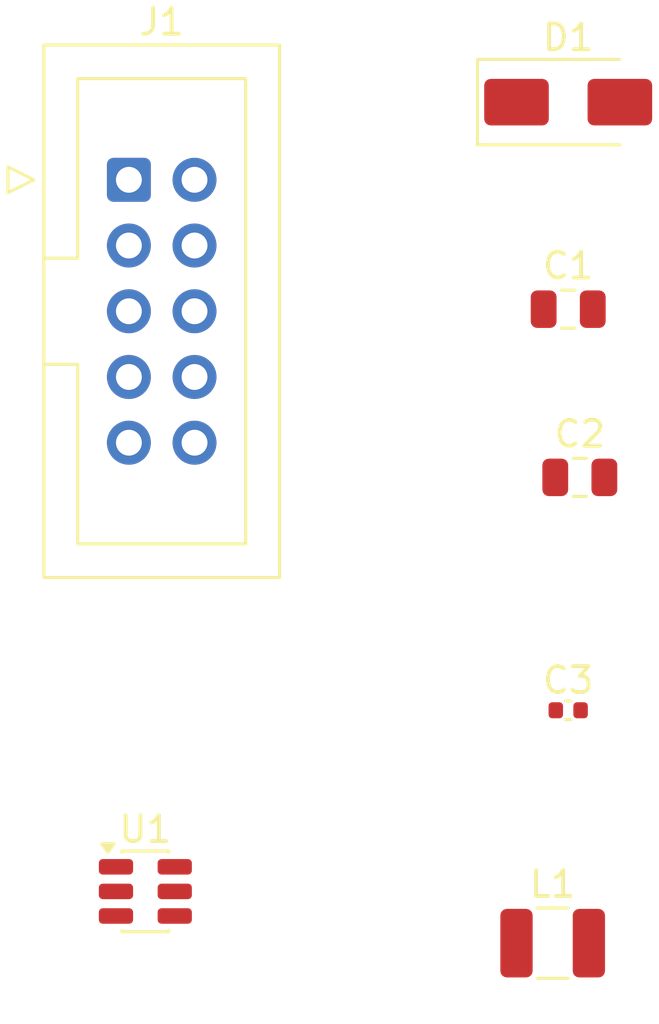
<source format=kicad_pcb>
(kicad_pcb (version 20241229) (generator "pcbnew") (generator_version "9.0")
  (layers (0 "F.Cu" signal) (2 "B.Cu" signal) (13 "F.Paste" user) (15 "B.Paste" user) (5 "F.SilkS" user "F.Silkscreen") (7 "B.SilkS" user "B.Silkscreen") (1 "F.Mask" user) (3 "B.Mask" user) (25 "Edge.Cuts" user))
  (net 0 "")
  (net 1 "N$2")
  (net 2 "GND")
  (net 3 "SW")
  (net 4 "+12V")
  (net 5 "+3.3V")
  (net 6 "N$1")
  (net 7 "-12V")
  (footprint "Diode_SMD:D_SMA" (layer "F.Cu") (at 45 26.5)
    (property "Reference" "D1" (at 0 -2.5 0) (layer "F.SilkS"))
    (property "Value" "SS14")
    (fp_line (start -3.51 -1.65) (end -3.51 1.65) (stroke (width 0.12)) (layer "F.SilkS"))
    (fp_line (start -3.51 -1.65) (end 2 -1.65) (stroke (width 0.12)) (layer "F.SilkS"))
    (fp_line (start -3.51 1.65) (end 2 1.65) (stroke (width 0.12)) (layer "F.SilkS"))
    (pad "1" smd roundrect (at -2 0) (size 2.5 1.8) (layers "F.Cu" "F.Mask" "F.Paste") (roundrect_rratio 0.1388888889) (net 6 "N$1"))
    (pad "2" smd roundrect (at 2 0) (size 2.5 1.8) (layers "F.Cu" "F.Mask" "F.Paste") (roundrect_rratio 0.1388888889) (net 7 "-12V"))
  )
  (footprint "Capacitor_SMD:C_0402_1005Metric" (layer "F.Cu") (at 45 50)
    (property "Reference" "C3" (at 0 -1.16 0) (layer "F.SilkS"))
    (property "Value" "100nF")
    (fp_line (start -0.107836 -0.36) (end 0.107836 -0.36) (stroke (width 0.12)) (layer "F.SilkS"))
    (fp_line (start -0.107836 0.36) (end 0.107836 0.36) (stroke (width 0.12)) (layer "F.SilkS"))
    (pad "1" smd roundrect (at -0.48 0) (size 0.56 0.62) (layers "F.Cu" "F.Mask" "F.Paste") (net 3 "SW"))
    (pad "2" smd roundrect (at 0.48 0) (size 0.56 0.62) (layers "F.Cu" "F.Mask" "F.Paste") (net 1 "N$2"))
  )
  (footprint "Connector_IDC:IDC-Header_2x05_P2.54mm_Vertical" (layer "F.Cu") (at 28 29.5)
    (property "Reference" "J1" (at 1.27 -6.1 0) (layer "F.SilkS"))
    (property "Value" "Eurorack_Power")
    (fp_line (start -4.68 -0.5) (end -4.68 0.5) (stroke (width 0.12)) (layer "F.SilkS"))
    (fp_line (start -4.68 0.5) (end -3.68 0) (stroke (width 0.12)) (layer "F.SilkS"))
    (fp_line (start -3.68 0) (end -4.68 -0.5) (stroke (width 0.12)) (layer "F.SilkS"))
    (fp_line (start -3.29 -5.21) (end 5.83 -5.21) (stroke (width 0.12)) (layer "F.SilkS"))
    (fp_line (start -3.29 3.03) (end -1.98 3.03) (stroke (width 0.12)) (layer "F.SilkS"))
    (fp_line (start -3.29 15.37) (end -3.29 -5.21) (stroke (width 0.12)) (layer "F.SilkS"))
    (fp_line (start -1.98 -3.91) (end 4.52 -3.91) (stroke (width 0.12)) (layer "F.SilkS"))
    (fp_line (start -1.98 3.03) (end -1.98 -3.91) (stroke (width 0.12)) (layer "F.SilkS"))
    (fp_line (start -1.98 7.13) (end -3.29 7.13) (stroke (width 0.12)) (layer "F.SilkS"))
    (fp_line (start -1.98 14.07) (end -1.98 7.13) (stroke (width 0.12)) (layer "F.SilkS"))
    (fp_line (start 4.52 -3.91) (end 4.52 14.07) (stroke (width 0.12)) (layer "F.SilkS"))
    (fp_line (start 4.52 14.07) (end -1.98 14.07) (stroke (width 0.12)) (layer "F.SilkS"))
    (fp_line (start 5.83 -5.21) (end 5.83 15.37) (stroke (width 0.12)) (layer "F.SilkS"))
    (fp_line (start 5.83 15.37) (end -3.29 15.37) (stroke (width 0.12)) (layer "F.SilkS"))
    (pad "1" thru_hole roundrect (at 0 0) (size 1.7 1.7) (drill 1) (layers "*.Cu" "*.Mask") (roundrect_rratio 0.147059) (net 6 "N$1"))
    (pad "2" thru_hole circle (at 2.54 0) (size 1.7 1.7) (drill 1) (layers "*.Cu" "*.Mask") (net 2 "GND"))
    (pad "3" thru_hole circle (at 0 2.54) (size 1.7 1.7) (drill 1) (layers "*.Cu" "*.Mask") (net 2 "GND"))
    (pad "4" thru_hole circle (at 2.54 2.54) (size 1.7 1.7) (drill 1) (layers "*.Cu" "*.Mask") (net 2 "GND"))
    (pad "5" thru_hole circle (at 0 5.08) (size 1.7 1.7) (drill 1) (layers "*.Cu" "*.Mask") (net 2 "GND"))
    (pad "6" thru_hole circle (at 2.54 5.08) (size 1.7 1.7) (drill 1) (layers "*.Cu" "*.Mask") (net 2 "GND"))
    (pad "7" thru_hole circle (at 0 7.62) (size 1.7 1.7) (drill 1) (layers "*.Cu" "*.Mask") (net 2 "GND"))
    (pad "8" thru_hole circle (at 2.54 7.62) (size 1.7 1.7) (drill 1) (layers "*.Cu" "*.Mask") (net 2 "GND"))
    (pad "9" thru_hole circle (at 0 10.16) (size 1.7 1.7) (drill 1) (layers "*.Cu" "*.Mask") (net 4 "+12V"))
    (pad "10" thru_hole circle (at 2.54 10.16) (size 1.7 1.7) (drill 1) (layers "*.Cu" "*.Mask") (net 4 "+12V"))
  )
  (footprint "Inductor_SMD:L_1210_3225Metric" (layer "F.Cu") (at 44.4 59)
    (property "Reference" "L1" (at 0 -2.28 0) (layer "F.SilkS"))
    (property "Value" "10uH")
    (fp_line (start -0.602064 -1.36) (end 0.602064 -1.36) (stroke (width 0.12)) (layer "F.SilkS"))
    (fp_line (start -0.602064 1.36) (end 0.602064 1.36) (stroke (width 0.12)) (layer "F.SilkS"))
    (pad "1" smd roundrect (at -1.4 0) (size 1.25 2.65) (layers "F.Cu" "F.Mask" "F.Paste") (roundrect_rratio 0.2) (net 3 "SW"))
    (pad "2" smd roundrect (at 1.4 0) (size 1.25 2.65) (layers "F.Cu" "F.Mask" "F.Paste") (roundrect_rratio 0.2) (net 5 "+3.3V"))
  )
  (footprint "Package_TO_SOT_SMD:TSOT-23-6" (layer "F.Cu") (at 28.6375 57)
    (property "Reference" "U1" (at 0 -2.4 0) (layer "F.SilkS"))
    (property "Value" "AP63203WU-7")
    (fp_line (start -0.91 -1.56) (end 0.91 -1.56) (stroke (width 0.12)) (layer "F.SilkS"))
    (fp_line (start -0.91 -1.51) (end -0.91 -1.56) (stroke (width 0.12)) (layer "F.SilkS"))
    (fp_line (start -0.91 1.56) (end -0.91 1.51) (stroke (width 0.12)) (layer "F.SilkS"))
    (fp_line (start 0.91 -1.56) (end 0.91 -1.51) (stroke (width 0.12)) (layer "F.SilkS"))
    (fp_line (start 0.91 1.51) (end 0.91 1.56) (stroke (width 0.12)) (layer "F.SilkS"))
    (fp_line (start 0.91 1.56) (end -0.91 1.56) (stroke (width 0.12)) (layer "F.SilkS"))
    (fp_poly (pts (xy -1.45 -1.51) (xy -1.69 -1.84) (xy -1.21 -1.84)) (stroke (width 0.12)) (fill yes) (layer "F.SilkS"))
    (pad "1" smd roundrect (at -1.1375 -0.95) (size 1.325 0.6) (layers "F.Cu" "F.Mask" "F.Paste") (net 5 "+3.3V"))
    (pad "2" smd roundrect (at -1.1375 0) (size 1.325 0.6) (layers "F.Cu" "F.Mask" "F.Paste") (net 4 "+12V"))
    (pad "3" smd roundrect (at -1.1375 0.95) (size 1.325 0.6) (layers "F.Cu" "F.Mask" "F.Paste") (net 4 "+12V"))
    (pad "4" smd roundrect (at 1.1375 0.95) (size 1.325 0.6) (layers "F.Cu" "F.Mask" "F.Paste") (net 2 "GND"))
    (pad "5" smd roundrect (at 1.1375 0) (size 1.325 0.6) (layers "F.Cu" "F.Mask" "F.Paste") (net 3 "SW"))
    (pad "6" smd roundrect (at 1.1375 -0.95) (size 1.325 0.6) (layers "F.Cu" "F.Mask" "F.Paste") (net 1 "N$2"))
  )
  (footprint "Capacitor_SMD:C_0805_2012Metric" (layer "F.Cu") (at 45 34.5)
    (property "Reference" "C1" (at 0 -1.68 0) (layer "F.SilkS"))
    (property "Value" "10uF")
    (fp_line (start -0.261252 -0.735) (end 0.261252 -0.735) (stroke (width 0.12)) (layer "F.SilkS"))
    (fp_line (start -0.261252 0.735) (end 0.261252 0.735) (stroke (width 0.12)) (layer "F.SilkS"))
    (pad "1" smd roundrect (at -0.95 0) (size 1 1.45) (layers "F.Cu" "F.Mask" "F.Paste") (net 4 "+12V"))
    (pad "2" smd roundrect (at 0.95 0) (size 1 1.45) (layers "F.Cu" "F.Mask" "F.Paste") (net 2 "GND"))
  )
  (footprint "Capacitor_SMD:C_0805_2012Metric" (layer "F.Cu") (at 45.45 41)
    (property "Reference" "C2" (at 0 -1.68 0) (layer "F.SilkS"))
    (property "Value" "22uF")
    (fp_line (start -0.261252 -0.735) (end 0.261252 -0.735) (stroke (width 0.12)) (layer "F.SilkS"))
    (fp_line (start -0.261252 0.735) (end 0.261252 0.735) (stroke (width 0.12)) (layer "F.SilkS"))
    (pad "1" smd roundrect (at -0.95 0) (size 1 1.45) (layers "F.Cu" "F.Mask" "F.Paste") (net 5 "+3.3V"))
    (pad "2" smd roundrect (at 0.95 0) (size 1 1.45) (layers "F.Cu" "F.Mask" "F.Paste") (net 2 "GND"))
  )
)
</source>
